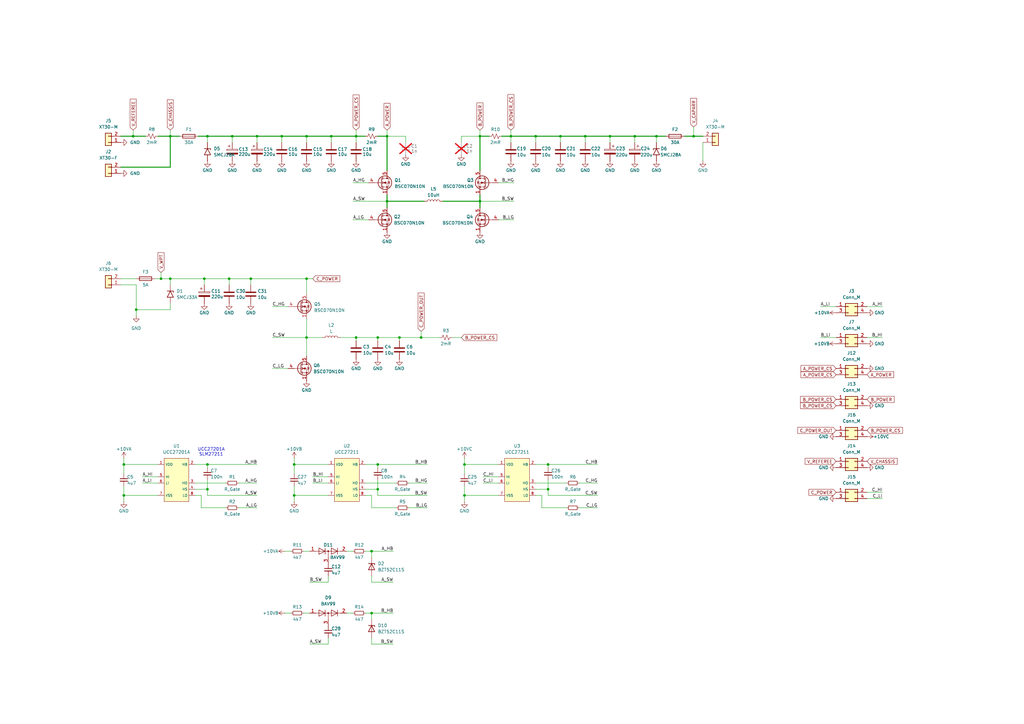
<source format=kicad_sch>
(kicad_sch (version 20231120) (generator "eeschema") (generator_version "8.0")
  (paper "A3")
  (junction (at 55.88 127))
  (junction (at 190.5 190.5))
  (junction (at 224.79 200.66))
  (junction (at 125.73 55.88))
  (junction (at 146.05 55.88))
  (junction (at 229.87 55.88))
  (junction (at 102.87 114.3))
  (junction (at 125.73 138.43))
  (junction (at 95.25 55.88))
  (junction (at 83.82 114.3))
  (junction (at 152.4 226.06))
  (junction (at 158.75 82.55))
  (junction (at 163.83 138.43))
  (junction (at 152.4 251.46))
  (junction (at 224.79 190.5))
  (junction (at 158.75 55.88))
  (junction (at 196.85 55.88))
  (junction (at 250.19 55.88))
  (junction (at 172.72 138.43))
  (junction (at 50.8 190.5))
  (junction (at 66.04 114.3))
  (junction (at 54.61 55.88))
  (junction (at 120.65 203.2))
  (junction (at 209.55 55.88))
  (junction (at 105.41 55.88))
  (junction (at 85.09 190.5))
  (junction (at 135.89 55.88))
  (junction (at 93.98 114.3))
  (junction (at 85.09 55.88))
  (junction (at 284.48 55.88))
  (junction (at 69.85 114.3))
  (junction (at 85.09 200.66))
  (junction (at 219.71 55.88))
  (junction (at 120.65 190.5))
  (junction (at 154.94 138.43))
  (junction (at 154.94 200.66))
  (junction (at 69.85 55.88))
  (junction (at 115.57 55.88))
  (junction (at 269.24 55.88))
  (junction (at 260.35 55.88))
  (junction (at 240.03 55.88))
  (junction (at 50.8 203.2))
  (junction (at 154.94 190.5))
  (junction (at 125.73 114.3))
  (junction (at 146.05 138.43))
  (junction (at 190.5 203.2))
  (junction (at 196.85 82.55))
  (wire (pts (xy 125.73 130.81) (xy 125.73 138.43)))
  (wire (pts (xy 189.23 58.42) (xy 189.23 55.88)))
  (wire (pts (xy 163.83 138.43) (xy 163.83 139.7)))
  (wire (pts (xy 198.12 195.58) (xy 204.47 195.58)))
  (wire (pts (xy 224.79 200.66) (xy 219.71 200.66)))
  (wire (pts (xy 120.65 190.5) (xy 134.62 190.5)))
  (wire (pts (xy 85.09 55.88) (xy 85.09 58.42)))
  (wire (pts (xy 209.55 55.88) (xy 209.55 58.42)))
  (wire (pts (xy 66.04 111.76) (xy 66.04 114.3)))
  (wire (pts (xy 284.48 55.88) (xy 288.29 55.88)) (stroke (width 0.381)))
  (wire (pts (xy 135.89 55.88) (xy 146.05 55.88)) (stroke (width 0.381)))
  (wire (pts (xy 152.4 238.76) (xy 161.29 238.76)))
  (wire (pts (xy 92.71 208.28) (xy 82.55 208.28)))
  (wire (pts (xy 125.73 55.88) (xy 135.89 55.88)) (stroke (width 0.381)))
  (wire (pts (xy 63.5 114.3) (xy 66.04 114.3)))
  (wire (pts (xy 69.85 53.34) (xy 69.85 55.88)))
  (wire (pts (xy 204.47 74.93) (xy 210.82 74.93)))
  (wire (pts (xy 196.85 82.55) (xy 210.82 82.55)))
  (wire (pts (xy 162.56 198.12) (xy 149.86 198.12)))
  (wire (pts (xy 95.25 55.88) (xy 105.41 55.88)) (stroke (width 0.381)))
  (wire (pts (xy 50.8 194.31) (xy 50.8 190.5)))
  (wire (pts (xy 105.41 208.28) (xy 97.79 208.28)))
  (wire (pts (xy 189.23 55.88) (xy 196.85 55.88)))
  (wire (pts (xy 152.4 261.62) (xy 152.4 264.16)))
  (wire (pts (xy 152.4 226.06) (xy 161.29 226.06)))
  (wire (pts (xy 163.83 138.43) (xy 154.94 138.43)))
  (wire (pts (xy 204.47 90.17) (xy 210.82 90.17)))
  (wire (pts (xy 115.57 55.88) (xy 125.73 55.88)) (stroke (width 0.381)))
  (wire (pts (xy 142.24 251.46) (xy 144.78 251.46)))
  (wire (pts (xy 105.41 55.88) (xy 105.41 58.42)))
  (wire (pts (xy 245.11 208.28) (xy 237.49 208.28)))
  (wire (pts (xy 55.88 116.84) (xy 49.53 116.84)))
  (wire (pts (xy 222.25 203.2) (xy 219.71 203.2)))
  (wire (pts (xy 336.55 125.73) (xy 342.9 125.73)))
  (wire (pts (xy 152.4 251.46) (xy 161.29 251.46)))
  (wire (pts (xy 120.65 187.96) (xy 120.65 190.5)))
  (wire (pts (xy 125.73 55.88) (xy 125.73 58.42)))
  (wire (pts (xy 64.77 55.88) (xy 69.85 55.88)) (stroke (width 0.381)))
  (wire (pts (xy 55.88 127) (xy 55.88 129.54)))
  (wire (pts (xy 59.69 55.88) (xy 54.61 55.88)) (stroke (width 0.381)))
  (wire (pts (xy 240.03 55.88) (xy 240.03 58.42)))
  (wire (pts (xy 245.11 203.2) (xy 224.79 203.2)))
  (wire (pts (xy 152.4 236.22) (xy 152.4 238.76)))
  (wire (pts (xy 142.24 226.06) (xy 144.78 226.06)))
  (wire (pts (xy 115.57 55.88) (xy 115.57 58.42)))
  (wire (pts (xy 152.4 203.2) (xy 149.86 203.2)))
  (wire (pts (xy 245.11 198.12) (xy 237.49 198.12)))
  (wire (pts (xy 288.29 66.04) (xy 288.29 58.42)))
  (wire (pts (xy 180.34 138.43) (xy 172.72 138.43)))
  (wire (pts (xy 152.4 251.46) (xy 149.86 251.46)))
  (wire (pts (xy 69.85 55.88) (xy 73.66 55.88)) (stroke (width 0.381)))
  (wire (pts (xy 336.55 138.43) (xy 342.9 138.43)))
  (wire (pts (xy 209.55 53.34) (xy 209.55 55.88)))
  (wire (pts (xy 125.73 114.3) (xy 102.87 114.3)))
  (wire (pts (xy 83.82 114.3) (xy 83.82 116.84)))
  (wire (pts (xy 154.94 138.43) (xy 154.94 139.7)))
  (wire (pts (xy 224.79 190.5) (xy 224.79 191.77)))
  (wire (pts (xy 269.24 55.88) (xy 273.05 55.88)) (stroke (width 0.381)))
  (wire (pts (xy 55.88 127) (xy 69.85 127)))
  (wire (pts (xy 224.79 203.2) (xy 224.79 200.66)))
  (wire (pts (xy 111.76 151.13) (xy 118.11 151.13)))
  (wire (pts (xy 128.27 195.58) (xy 134.62 195.58)))
  (wire (pts (xy 124.46 226.06) (xy 127 226.06)))
  (wire (pts (xy 152.4 264.16) (xy 161.29 264.16)))
  (wire (pts (xy 144.78 74.93) (xy 151.13 74.93)))
  (wire (pts (xy 85.09 200.66) (xy 80.01 200.66)))
  (wire (pts (xy 146.05 55.88) (xy 149.86 55.88)) (stroke (width 0.381)))
  (wire (pts (xy 95.25 55.88) (xy 95.25 58.42)))
  (wire (pts (xy 127 264.16) (xy 134.62 264.16)))
  (wire (pts (xy 85.09 190.5) (xy 85.09 191.77)))
  (wire (pts (xy 135.89 55.88) (xy 135.89 58.42)))
  (wire (pts (xy 50.8 199.39) (xy 50.8 203.2)))
  (wire (pts (xy 181.61 82.55) (xy 196.85 82.55)) (stroke (width 0.381)))
  (wire (pts (xy 250.19 55.88) (xy 260.35 55.88)) (stroke (width 0.381)))
  (wire (pts (xy 260.35 55.88) (xy 269.24 55.88)) (stroke (width 0.381)))
  (wire (pts (xy 219.71 190.5) (xy 224.79 190.5)))
  (wire (pts (xy 54.61 53.34) (xy 54.61 55.88)))
  (wire (pts (xy 355.6 201.93) (xy 361.95 201.93)))
  (wire (pts (xy 219.71 55.88) (xy 219.71 58.42)))
  (wire (pts (xy 124.46 251.46) (xy 127 251.46)))
  (wire (pts (xy 189.23 138.43) (xy 185.42 138.43)))
  (wire (pts (xy 105.41 203.2) (xy 85.09 203.2)))
  (wire (pts (xy 172.72 138.43) (xy 163.83 138.43)))
  (wire (pts (xy 134.62 264.16) (xy 134.62 261.62)))
  (wire (pts (xy 80.01 190.5) (xy 85.09 190.5)))
  (wire (pts (xy 224.79 190.5) (xy 245.11 190.5)))
  (wire (pts (xy 81.28 55.88) (xy 85.09 55.88)) (stroke (width 0.381)))
  (wire (pts (xy 120.65 203.2) (xy 134.62 203.2)))
  (wire (pts (xy 69.85 55.88) (xy 69.85 68.58)) (stroke (width 0.381)))
  (wire (pts (xy 120.65 194.31) (xy 120.65 190.5)))
  (wire (pts (xy 190.5 194.31) (xy 190.5 190.5)))
  (wire (pts (xy 82.55 203.2) (xy 80.01 203.2)))
  (wire (pts (xy 134.62 238.76) (xy 134.62 236.22)))
  (wire (pts (xy 85.09 55.88) (xy 95.25 55.88)) (stroke (width 0.381)))
  (wire (pts (xy 229.87 55.88) (xy 240.03 55.88)) (stroke (width 0.381)))
  (wire (pts (xy 85.09 203.2) (xy 85.09 200.66)))
  (wire (pts (xy 190.5 190.5) (xy 204.47 190.5)))
  (wire (pts (xy 154.94 203.2) (xy 154.94 200.66)))
  (wire (pts (xy 173.99 82.55) (xy 158.75 82.55)) (stroke (width 0.381)))
  (wire (pts (xy 144.78 90.17) (xy 151.13 90.17)))
  (wire (pts (xy 50.8 203.2) (xy 64.77 203.2)))
  (wire (pts (xy 196.85 80.01) (xy 196.85 82.55)) (stroke (width 0.381)))
  (wire (pts (xy 105.41 55.88) (xy 115.57 55.88)) (stroke (width 0.381)))
  (wire (pts (xy 152.4 208.28) (xy 152.4 203.2)))
  (wire (pts (xy 146.05 138.43) (xy 146.05 139.7)))
  (wire (pts (xy 198.12 198.12) (xy 204.47 198.12)))
  (wire (pts (xy 152.4 228.6) (xy 152.4 226.06)))
  (wire (pts (xy 50.8 187.96) (xy 50.8 190.5)))
  (wire (pts (xy 355.6 204.47) (xy 361.95 204.47)))
  (wire (pts (xy 116.84 251.46) (xy 119.38 251.46)))
  (wire (pts (xy 158.75 80.01) (xy 158.75 82.55)) (stroke (width 0.381)))
  (wire (pts (xy 222.25 208.28) (xy 222.25 203.2)))
  (wire (pts (xy 158.75 82.55) (xy 158.75 85.09)) (stroke (width 0.381)))
  (wire (pts (xy 92.71 198.12) (xy 80.01 198.12)))
  (wire (pts (xy 190.5 187.96) (xy 190.5 190.5)))
  (wire (pts (xy 172.72 135.89) (xy 172.72 138.43)))
  (wire (pts (xy 69.85 114.3) (xy 83.82 114.3)))
  (wire (pts (xy 355.6 125.73) (xy 361.95 125.73)))
  (wire (pts (xy 58.42 198.12) (xy 64.77 198.12)))
  (wire (pts (xy 49.53 68.58) (xy 69.85 68.58)) (stroke (width 0.381)))
  (wire (pts (xy 175.26 203.2) (xy 154.94 203.2)))
  (wire (pts (xy 66.04 114.3) (xy 69.85 114.3)))
  (wire (pts (xy 232.41 198.12) (xy 219.71 198.12)))
  (wire (pts (xy 128.27 114.3) (xy 125.73 114.3)))
  (wire (pts (xy 111.76 138.43) (xy 125.73 138.43)))
  (wire (pts (xy 93.98 114.3) (xy 93.98 116.84)))
  (wire (pts (xy 105.41 198.12) (xy 97.79 198.12)))
  (wire (pts (xy 158.75 55.88) (xy 158.75 69.85)) (stroke (width 0.381)))
  (wire (pts (xy 146.05 138.43) (xy 139.7 138.43)))
  (wire (pts (xy 190.5 203.2) (xy 204.47 203.2)))
  (wire (pts (xy 85.09 196.85) (xy 85.09 200.66)))
  (wire (pts (xy 196.85 55.88) (xy 196.85 69.85)) (stroke (width 0.381)))
  (wire (pts (xy 149.86 190.5) (xy 154.94 190.5)))
  (wire (pts (xy 209.55 55.88) (xy 219.71 55.88)) (stroke (width 0.381)))
  (wire (pts (xy 82.55 208.28) (xy 82.55 203.2)))
  (wire (pts (xy 146.05 55.88) (xy 146.05 58.42)))
  (wire (pts (xy 69.85 124.46) (xy 69.85 127)))
  (wire (pts (xy 260.35 58.42) (xy 260.35 55.88)))
  (wire (pts (xy 154.94 55.88) (xy 158.75 55.88)) (stroke (width 0.381)))
  (wire (pts (xy 158.75 55.88) (xy 166.37 55.88)))
  (wire (pts (xy 154.94 200.66) (xy 149.86 200.66)))
  (wire (pts (xy 175.26 198.12) (xy 167.64 198.12)))
  (wire (pts (xy 154.94 196.85) (xy 154.94 200.66)))
  (wire (pts (xy 284.48 55.88) (xy 284.48 52.07)))
  (wire (pts (xy 196.85 53.34) (xy 196.85 55.88)))
  (wire (pts (xy 58.42 195.58) (xy 64.77 195.58)))
  (wire (pts (xy 232.41 208.28) (xy 222.25 208.28)))
  (wire (pts (xy 229.87 55.88) (xy 229.87 58.42)))
  (wire (pts (xy 83.82 114.3) (xy 93.98 114.3)))
  (wire (pts (xy 69.85 114.3) (xy 69.85 116.84)))
  (wire (pts (xy 120.65 199.39) (xy 120.65 203.2)))
  (wire (pts (xy 116.84 226.06) (xy 119.38 226.06)))
  (wire (pts (xy 205.74 55.88) (xy 209.55 55.88)) (stroke (width 0.381)))
  (wire (pts (xy 85.09 190.5) (xy 105.41 190.5)))
  (wire (pts (xy 190.5 199.39) (xy 190.5 203.2)))
  (wire (pts (xy 144.78 82.55) (xy 158.75 82.55)))
  (wire (pts (xy 166.37 55.88) (xy 166.37 58.42)))
  (wire (pts (xy 50.8 190.5) (xy 64.77 190.5)))
  (wire (pts (xy 125.73 138.43) (xy 125.73 146.05)))
  (wire (pts (xy 190.5 203.2) (xy 190.5 205.74)))
  (wire (pts (xy 355.6 138.43) (xy 361.95 138.43)))
  (wire (pts (xy 120.65 203.2) (xy 120.65 205.74)))
  (wire (pts (xy 154.94 138.43) (xy 146.05 138.43)))
  (wire (pts (xy 175.26 208.28) (xy 167.64 208.28)))
  (wire (pts (xy 280.67 55.88) (xy 284.48 55.88)) (stroke (width 0.381)))
  (wire (pts (xy 125.73 114.3) (xy 125.73 120.65)))
  (wire (pts (xy 162.56 208.28) (xy 152.4 208.28)))
  (wire (pts (xy 146.05 53.34) (xy 146.05 55.88)))
  (wire (pts (xy 154.94 190.5) (xy 175.26 190.5)))
  (wire (pts (xy 269.24 55.88) (xy 269.24 58.42)))
  (wire (pts (xy 128.27 198.12) (xy 134.62 198.12)))
  (wire (pts (xy 250.19 55.88) (xy 250.19 58.42)))
  (wire (pts (xy 196.85 55.88) (xy 200.66 55.88)) (stroke (width 0.381)))
  (wire (pts (xy 49.53 55.88) (xy 54.61 55.88)) (stroke (width 0.381)))
  (wire (pts (xy 102.87 114.3) (xy 102.87 116.84)))
  (wire (pts (xy 224.79 196.85) (xy 224.79 200.66)))
  (wire (pts (xy 125.73 138.43) (xy 132.08 138.43)))
  (wire (pts (xy 102.87 114.3) (xy 93.98 114.3)))
  (wire (pts (xy 127 238.76) (xy 134.62 238.76)))
  (wire (pts (xy 49.53 114.3) (xy 55.88 114.3)))
  (wire (pts (xy 152.4 226.06) (xy 149.86 226.06)))
  (wire (pts (xy 240.03 55.88) (xy 250.19 55.88)) (stroke (width 0.381)))
  (wire (pts (xy 152.4 254) (xy 152.4 251.46)))
  (wire (pts (xy 219.71 55.88) (xy 229.87 55.88)) (stroke (width 0.381)))
  (wire (pts (xy 158.75 53.34) (xy 158.75 55.88)))
  (wire (pts (xy 196.85 82.55) (xy 196.85 85.09)) (stroke (width 0.381)))
  (wire (pts (xy 111.76 125.73) (xy 118.11 125.73)))
  (wire (pts (xy 50.8 203.2) (xy 50.8 205.74)))
  (wire (pts (xy 154.94 190.5) (xy 154.94 191.77)))
  (wire (pts (xy 55.88 116.84) (xy 55.88 127)))
  (text "UCC27201A\nSLM27211" (at 86.614 185.42 0) (effects (font (size 1.27 1.27))))
  (label "A_HG" (at 105.41 198.12 180))
  (label "A_SW" (at 127 264.16 0))
  (label "B_HG" (at 175.26 198.12 180))
  (label "C_LG" (at 111.76 151.13 0))
  (label "C_HB" (at 245.11 190.5 180))
  (label "A_HB" (at 161.29 226.06 180))
  (label "A_HI" (at 58.42 195.58 0))
  (label "C_HI" (at 198.12 195.58 0))
  (label "A_HI" (at 361.95 125.73 180))
  (label "A_SW" (at 105.41 203.2 180))
  (label "A_LI" (at 336.55 125.73 0))
  (label "C_LI" (at 198.12 198.12 0))
  (label "C_LI" (at 361.95 204.47 180))
  (label "B_HB" (at 161.29 251.46 180))
  (label "A_HG" (at 144.78 74.93 0))
  (label "A_LI" (at 58.42 198.12 0))
  (label "C_HG" (at 111.76 125.73 0))
  (label "B_HI" (at 361.95 138.43 180))
  (label "B_HI" (at 128.27 195.58 0))
  (label "B_LG" (at 210.82 90.17 180))
  (label "C_SW" (at 245.11 203.2 180))
  (label "B_SW" (at 161.29 264.16 180))
  (label "A_HB" (at 105.41 190.5 180))
  (label "A_SW" (at 144.78 82.55 0))
  (label "C_LG" (at 245.11 208.28 180))
  (label "B_LI" (at 128.27 198.12 0))
  (label "A_LG" (at 105.41 208.28 180))
  (label "B_HG" (at 210.82 74.93 180))
  (label "C_HG" (at 245.11 198.12 180))
  (label "B_LI" (at 336.55 138.43 0))
  (label "B_SW" (at 175.26 203.2 180))
  (label "B_SW" (at 127 238.76 0))
  (label "B_HB" (at 175.26 190.5 180))
  (label "A_SW" (at 161.29 238.76 180))
  (label "A_LG" (at 144.78 90.17 0))
  (label "C_HI" (at 361.95 201.93 180))
  (label "B_SW" (at 210.82 82.55 180))
  (label "C_SW" (at 111.76 138.43 0))
  (label "B_LG" (at 175.26 208.28 180))
  (global_label "A_POWER" (shape input) (at 158.75 53.34 90) (property "Intersheetrefs" "${INTERSHEET_REFS}" (effects (hide yes))))
  (global_label "V_CHASSIS" (shape input) (at 69.85 53.34 90) (property "Intersheetrefs" "${INTERSHEET_REFS}" (effects (hide yes))))
  (global_label "V_CHASSIS" (shape input) (at 355.6 189.23 0) (property "Intersheetrefs" "${INTERSHEET_REFS}" (effects (hide yes))))
  (global_label "A_POWER_CS" (shape input) (at 342.9 153.67 180) (property "Intersheetrefs" "${INTERSHEET_REFS}" (effects (hide yes))))
  (global_label "A_POWER_CS" (shape input) (at 342.9 151.13 180) (property "Intersheetrefs" "${INTERSHEET_REFS}" (effects (hide yes))))
  (global_label "V_CAPARR" (shape input) (at 284.48 52.07 90) (property "Intersheetrefs" "${INTERSHEET_REFS}" (effects (hide yes))))
  (global_label "B_POWER_CS" (shape input) (at 209.55 53.34 90) (property "Intersheetrefs" "${INTERSHEET_REFS}" (effects (hide yes))))
  (global_label "V_WPT" (shape input) (at 66.04 111.76 90) (property "Intersheetrefs" "${INTERSHEET_REFS}" (effects (hide yes))))
  (global_label "B_POWER_CS" (shape input) (at 189.23 138.43 0) (property "Intersheetrefs" "${INTERSHEET_REFS}" (effects (hide yes))))
  (global_label "A_POWER_CS" (shape input) (at 146.05 53.34 90) (property "Intersheetrefs" "${INTERSHEET_REFS}" (effects (hide yes))))
  (global_label "C_POWER_OUT" (shape input) (at 172.72 135.89 90) (property "Intersheetrefs" "${INTERSHEET_REFS}" (effects (hide yes))))
  (global_label "B_POWER_CS" (shape input) (at 342.9 166.37 180) (property "Intersheetrefs" "${INTERSHEET_REFS}" (effects (hide yes))))
  (global_label "V_REFEREE" (shape input) (at 342.9 189.23 180) (property "Intersheetrefs" "${INTERSHEET_REFS}" (effects (hide yes))))
  (global_label "C_POWER_OUT" (shape input) (at 342.9 176.53 180) (property "Intersheetrefs" "${INTERSHEET_REFS}" (effects (hide yes))))
  (global_label "V_REFEREE" (shape input) (at 54.61 53.34 90) (property "Intersheetrefs" "${INTERSHEET_REFS}" (effects (hide yes))))
  (global_label "B_POWER_CS" (shape input) (at 355.6 176.53 0) (property "Intersheetrefs" "${INTERSHEET_REFS}" (effects (hide yes))))
  (global_label "B_POWER" (shape input) (at 196.85 53.34 90) (property "Intersheetrefs" "${INTERSHEET_REFS}" (effects (hide yes))))
  (global_label "B_POWER_CS" (shape input) (at 342.9 163.83 180) (property "Intersheetrefs" "${INTERSHEET_REFS}" (effects (hide yes))))
  (global_label "B_POWER" (shape input) (at 355.6 163.83 0) (property "Intersheetrefs" "${INTERSHEET_REFS}" (effects (hide yes))))
  (global_label "C_POWER" (shape input) (at 342.9 201.93 180) (property "Intersheetrefs" "${INTERSHEET_REFS}" (effects (hide yes))))
  (global_label "C_POWER" (shape input) (at 128.27 114.3 0) (property "Intersheetrefs" "${INTERSHEET_REFS}" (effects (hide yes))))
  (global_label "A_POWER" (shape input) (at 355.6 153.67 0) (property "Intersheetrefs" "${INTERSHEET_REFS}" (effects (hide yes))))
  (symbol (lib_id "Device:R_Small") (at 165.1 208.28 90) (unit 1)
    (property "Reference" "R5" (at 165.1 205.74 90))
    (property "Value" "R_Gate" (at 165.1 210.82 90))
    (property "Footprint" "Resistor_SMD:R_0603_1608Metric" (effects (hide yes)))
  )
  (symbol (lib_id "Diode:1.5SMCxxA") (at 269.24 62.23 90) (mirror x) (unit 1)
    (property "Reference" "D6" (at 272.288 60.96 90))
    (property "Value" "SMCJ28A" (at 275.082 63.5 90))
    (property "Footprint" "Diode_SMD:D_SMC" (effects (hide yes)))
    (property "Datasheet" "https://www.vishay.com/docs/88303/15smc.pdf" (effects (hide yes)))
    (property "Description" "1500W unidirectional TVS diode, SMC (DO-201AB)" (effects (hide yes)))
  )
  (symbol (lib_id "Device:R_Small") (at 95.25 208.28 90) (unit 1)
    (property "Reference" "R2" (at 95.25 205.74 90))
    (property "Value" "R_Gate" (at 95.25 210.82 90))
    (property "Footprint" "Resistor_SMD:R_0603_1608Metric" (effects (hide yes)))
  )
  (symbol (lib_id "Transistor_FET:BSC070N10NS3G") (at 156.21 74.93 0) (unit 1)
    (property "Reference" "Q1" (at 161.798 73.914 0) (effects (justify left)))
    (property "Value" "BSC070N10N" (at 161.798 76.454 0) (effects (justify left)))
    (property "Footprint" "Package_TO_SOT_SMD:TDSON-8-1" (effects (hide yes)))
    (property "Datasheet" "http://www.infineon.com/dgdl/Infineon-BSC070N10NS3-DS-v02_01-en.pdf?fileId=db3a304327b89750012824712c6c6f2f" (effects (hide yes)))
    (property "Description" "90A Id, 100V Vds, OptiMOS N-Channel Power MOSFET, 7.0mOhm Ron, Qg (typ) 42.0nC, PG-TDSON-8" (effects (hide yes)))
  )
  (symbol (lib_id "Device:C") (at 125.73 62.23 0) (mirror x) (unit 1)
    (property "Reference" "C15" (at 130.302 61.214 0))
    (property "Value" "10u" (at 130.302 63.246 0))
    (property "Footprint" "Capacitor_SMD:C_1206_3216Metric" (effects (hide yes)))
    (property "Description" "Unpolarized capacitor" (effects (hide yes)))
  )
  (symbol (lib_id "power:GND") (at 135.89 66.04 0) (unit 1)
    (property "Reference" "#PWR030" (effects (hide yes)))
    (property "Value" "GND" (at 135.89 69.85 0))
    (property "Description" "Power symbol creates a global label with name \"GND\" , ground" (effects (hide yes)))
  )
  (symbol (lib_id "Device:C") (at 102.87 120.65 0) (unit 1)
    (property "Reference" "C31" (at 105.664 119.38 0) (effects (justify left)))
    (property "Value" "10u" (at 105.664 121.92 0) (effects (justify left)))
    (property "Footprint" "Capacitor_SMD:C_1206_3216Metric" (effects (hide yes)))
    (property "Description" "Unpolarized capacitor" (effects (hide yes)))
  )
  (symbol (lib_id "Diode:BZT52Bxx") (at 152.4 257.81 270) (unit 1)
    (property "Reference" "D10" (at 154.94 256.5399 90) (effects (justify left)))
    (property "Value" "BZT52C11S" (at 154.94 259.0799 90) (effects (justify left)))
    (property "Footprint" "Diode_SMD:D_SOD-323_HandSoldering" (effects (hide yes)))
    (property "Datasheet" "https://diotec.com/tl_files/diotec/files/pdf/datasheets/bzt52b2v4.pdf" (effects (hide yes)))
    (property "Description" "500mW Zener Diode, SOD-123F" (effects (hide yes)))
  )
  (symbol (lib_id "power:GND") (at 260.35 66.04 0) (unit 1)
    (property "Reference" "#PWR019" (effects (hide yes)))
    (property "Value" "GND" (at 260.35 69.85 0))
    (property "Description" "Power symbol creates a global label with name \"GND\" , ground" (effects (hide yes)))
  )
  (symbol (lib_id "power:GND") (at 93.98 124.46 0) (unit 1)
    (property "Reference" "#PWR032" (effects (hide yes)))
    (property "Value" "GND" (at 93.98 128.27 0))
    (property "Description" "Power symbol creates a global label with name \"GND\" , ground" (effects (hide yes)))
  )
  (symbol (lib_id "Device:C") (at 146.05 62.23 0) (mirror x) (unit 1)
    (property "Reference" "C18" (at 150.622 61.214 0))
    (property "Value" "10u" (at 150.622 63.246 0))
    (property "Footprint" "Capacitor_SMD:C_1206_3216Metric" (effects (hide yes)))
    (property "Description" "Unpolarized capacitor" (effects (hide yes)))
  )
  (symbol (lib_id "power:GND") (at 219.71 66.04 0) (unit 1)
    (property "Reference" "#PWR010" (effects (hide yes)))
    (property "Value" "GND" (at 219.71 69.85 0))
    (property "Description" "Power symbol creates a global label with name \"GND\" , ground" (effects (hide yes)))
  )
  (symbol (lib_id "Device:R_Small_US") (at 62.23 55.88 90) (unit 1)
    (property "Reference" "R8" (at 62.23 53.086 90))
    (property "Value" "2mR" (at 62.23 58.42 90))
    (property "Footprint" "Resistor_SMD:R_2512_6332Metric" (effects (hide yes)))
    (property "Description" "Resistor, small US symbol" (effects (hide yes)))
  )
  (symbol (lib_id "power:GND") (at 209.55 66.04 0) (unit 1)
    (property "Reference" "#PWR07" (effects (hide yes)))
    (property "Value" "GND" (at 209.55 69.85 0))
    (property "Description" "Power symbol creates a global label with name \"GND\" , ground" (effects (hide yes)))
  )
  (symbol (lib_id "power:GND") (at 342.9 204.47 270) (unit 1)
    (property "Reference" "#PWR043" (effects (hide yes)))
    (property "Value" "GND" (at 337.82 204.47 90))
    (property "Description" "Power symbol creates a global label with name \"GND\" , ground" (effects (hide yes)))
  )
  (symbol (lib_id "power:+10V") (at 120.65 187.96 0) (unit 1)
    (property "Reference" "#PWR023" (effects (hide yes)))
    (property "Value" "+10VB" (at 120.65 184.15 0))
    (property "Description" "Power symbol creates a global label with name \"+10V\"" (effects (hide yes)))
  )
  (symbol (lib_id "Device:R_Small") (at 234.95 198.12 90) (unit 1)
    (property "Reference" "R6" (at 234.95 195.58 90))
    (property "Value" "R_Gate" (at 234.95 200.66 90))
    (property "Footprint" "Resistor_SMD:R_0603_1608Metric" (effects (hide yes)))
  )
  (symbol (lib_id "power:GND") (at 166.37 63.5 0) (unit 1)
    (property "Reference" "#PWR013" (effects (hide yes)))
    (property "Value" "GND" (at 166.37 67.31 0))
    (property "Description" "Power symbol creates a global label with name \"GND\" , ground" (effects (hide yes)))
  )
  (symbol (lib_id "RM25:UCC27211") (at 212.09 190.5 0) (unit 1)
    (property "Reference" "U3" (at 212.09 182.88 0))
    (property "Value" "UCC27211" (at 212.09 185.42 0))
    (property "Footprint" "Package_SO:SOIC-8_3.9x4.9mm_P1.27mm" (effects (hide yes)))
  )
  (symbol (lib_id "Connector_Generic:Conn_02x02_Odd_Even") (at 347.98 163.83 0) (unit 1)
    (property "Reference" "J13" (at 349.25 157.48 0))
    (property "Value" "Conn_M" (at 349.25 160.02 0))
    (property "Footprint" "Connector_PinHeader_2.00mm:PinHeader_2x02_P2.00mm_Vertical_SMD" (effects (hide yes)))
    (property "Description" "Generic connector, double row, 02x02, odd/even pin numbering scheme (row 1 odd numbers, row 2 even numbers), script generated (kicad-library-utils/schlib/autogen/connector/)" (effects (hide yes)))
  )
  (symbol (lib_id "power:GND") (at 288.29 66.04 0) (unit 1)
    (property "Reference" "#PWR024" (effects (hide yes)))
    (property "Value" "GND" (at 288.29 69.85 0))
    (property "Description" "Power symbol creates a global label with name \"GND\" , ground" (effects (hide yes)))
  )
  (symbol (lib_id "Transistor_FET:BSC070N10NS3G") (at 156.21 90.17 0) (unit 1)
    (property "Reference" "Q2" (at 161.544 88.9 0) (effects (justify left)))
    (property "Value" "BSC070N10N" (at 161.544 91.44 0) (effects (justify left)))
    (property "Footprint" "Package_TO_SOT_SMD:TDSON-8-1" (effects (hide yes)))
    (property "Datasheet" "http://www.infineon.com/dgdl/Infineon-BSC070N10NS3-DS-v02_01-en.pdf?fileId=db3a304327b89750012824712c6c6f2f" (effects (hide yes)))
    (property "Description" "90A Id, 100V Vds, OptiMOS N-Channel Power MOSFET, 7.0mOhm Ron, Qg (typ) 42.0nC, PG-TDSON-8" (effects (hide yes)))
  )
  (symbol (lib_id "Device:C") (at 163.83 143.51 0) (unit 1)
    (property "Reference" "C6" (at 166.624 142.24 0) (effects (justify left)))
    (property "Value" "10u" (at 166.624 144.78 0) (effects (justify left)))
    (property "Footprint" "Capacitor_SMD:C_1206_3216Metric" (effects (hide yes)))
    (property "Description" "Unpolarized capacitor" (effects (hide yes)))
  )
  (symbol (lib_id "power:GND") (at 355.6 166.37 90) (unit 1)
    (property "Reference" "#PWR039" (effects (hide yes)))
    (property "Value" "GND" (at 360.68 166.37 90))
    (property "Description" "Power symbol creates a global label with name \"GND\" , ground" (effects (hide yes)))
  )
  (symbol (lib_id "Device:C_Small") (at 50.8 196.85 0) (unit 1)
    (property "Reference" "C5" (at 52.07 195.58 0) (effects (justify left)))
    (property "Value" "4u7" (at 52.07 198.12 0) (effects (justify left)))
    (property "Footprint" "Capacitor_SMD:C_0603_1608Metric" (effects (hide yes)))
  )
  (symbol (lib_id "Connector_Generic:Conn_02x02_Odd_Even") (at 347.98 138.43 0) (unit 1)
    (property "Reference" "J7" (at 349.25 132.08 0))
    (property "Value" "Conn_M" (at 349.25 134.62 0))
    (property "Footprint" "Connector_PinHeader_2.00mm:PinHeader_2x02_P2.00mm_Vertical_SMD" (effects (hide yes)))
    (property "Description" "Generic connector, double row, 02x02, odd/even pin numbering scheme (row 1 odd numbers, row 2 even numbers), script generated (kicad-library-utils/schlib/autogen/connector/)" (effects (hide yes)))
  )
  (symbol (lib_id "Device:C") (at 240.03 62.23 180) (unit 1)
    (property "Reference" "C22" (at 244.348 60.96 0))
    (property "Value" "10u" (at 244.348 63.5 0))
    (property "Footprint" "Capacitor_SMD:C_1206_3216Metric" (effects (hide yes)))
    (property "Description" "Unpolarized capacitor" (effects (hide yes)))
  )
  (symbol (lib_id "Device:C_Polarized") (at 83.82 120.65 0) (unit 1)
    (property "Reference" "C11" (at 86.614 119.38 0) (effects (justify left)))
    (property "Value" "220u" (at 86.614 121.666 0) (effects (justify left)))
    (property "Footprint" "RM25:C_D8.0mm_P3.50mm" (effects (hide yes)))
    (property "Description" "Polarized capacitor" (effects (hide yes)))
  )
  (symbol (lib_id "Transistor_FET:BSC070N10NS3G") (at 199.39 90.17 0) (mirror y) (unit 1)
    (property "Reference" "Q4" (at 194.056 88.9 0) (effects (justify left)))
    (property "Value" "BSC070N10N" (at 194.056 91.44 0) (effects (justify left)))
    (property "Footprint" "Package_TO_SOT_SMD:TDSON-8-1" (effects (hide yes)))
    (property "Datasheet" "http://www.infineon.com/dgdl/Infineon-BSC070N10NS3-DS-v02_01-en.pdf?fileId=db3a304327b89750012824712c6c6f2f" (effects (hide yes)))
    (property "Description" "90A Id, 100V Vds, OptiMOS N-Channel Power MOSFET, 7.0mOhm Ron, Qg (typ) 42.0nC, PG-TDSON-8" (effects (hide yes)))
  )
  (symbol (lib_id "power:+10V") (at 116.84 226.06 90) (unit 1)
    (property "Reference" "#PWR08" (effects (hide yes)))
    (property "Value" "+10VA" (at 110.998 226.06 90))
    (property "Description" "Power symbol creates a global label with name \"+10V\"" (effects (hide yes)))
  )
  (symbol (lib_id "Connector_Generic:Conn_02x02_Odd_Even") (at 347.98 176.53 0) (unit 1)
    (property "Reference" "J16" (at 349.25 170.18 0))
    (property "Value" "Conn_M" (at 349.25 172.72 0))
    (property "Footprint" "Connector_PinHeader_2.00mm:PinHeader_2x02_P2.00mm_Vertical_SMD" (effects (hide yes)))
    (property "Description" "Generic connector, double row, 02x02, odd/even pin numbering scheme (row 1 odd numbers, row 2 even numbers), script generated (kicad-library-utils/schlib/autogen/connector/)" (effects (hide yes)))
  )
  (symbol (lib_id "Device:C") (at 93.98 120.65 0) (unit 1)
    (property "Reference" "C30" (at 96.774 119.38 0) (effects (justify left)))
    (property "Value" "10u" (at 96.774 121.92 0) (effects (justify left)))
    (property "Footprint" "Capacitor_SMD:C_1206_3216Metric" (effects (hide yes)))
    (property "Description" "Unpolarized capacitor" (effects (hide yes)))
  )
  (symbol (lib_id "Diode:BZT52Bxx") (at 152.4 232.41 270) (unit 1)
    (property "Reference" "D2" (at 154.94 231.1399 90) (effects (justify left)))
    (property "Value" "BZT52C11S" (at 154.94 233.6799 90) (effects (justify left)))
    (property "Footprint" "Diode_SMD:D_SOD-323_HandSoldering" (effects (hide yes)))
    (property "Datasheet" "https://diotec.com/tl_files/diotec/files/pdf/datasheets/bzt52b2v4.pdf" (effects (hide yes)))
    (property "Description" "500mW Zener Diode, SOD-123F" (effects (hide yes)))
  )
  (symbol (lib_id "Device:R_Small") (at 95.25 198.12 90) (unit 1)
    (property "Reference" "R1" (at 95.25 195.58 90))
    (property "Value" "R_Gate" (at 95.25 200.66 90))
    (property "Footprint" "Resistor_SMD:R_0603_1608Metric" (effects (hide yes)))
  )
  (symbol (lib_id "power:GND") (at 85.09 66.04 0) (unit 1)
    (property "Reference" "#PWR038" (effects (hide yes)))
    (property "Value" "GND" (at 85.09 69.85 0))
    (property "Description" "Power symbol creates a global label with name \"GND\" , ground" (effects (hide yes)))
  )
  (symbol (lib_id "power:GND") (at 229.87 66.04 0) (unit 1)
    (property "Reference" "#PWR011" (effects (hide yes)))
    (property "Value" "GND" (at 229.87 69.85 0))
    (property "Description" "Power symbol creates a global label with name \"GND\" , ground" (effects (hide yes)))
  )
  (symbol (lib_id "Device:C_Small") (at 154.94 194.31 0) (unit 1)
    (property "Reference" "C8" (at 156.21 193.04 0) (effects (justify left)))
    (property "Value" "100n" (at 156.21 195.58 0) (effects (justify left)))
    (property "Footprint" "Capacitor_SMD:C_0603_1608Metric" (effects (hide yes)))
  )
  (symbol (lib_id "power:GND") (at 240.03 66.04 0) (unit 1)
    (property "Reference" "#PWR015" (effects (hide yes)))
    (property "Value" "GND" (at 240.03 69.85 0))
    (property "Description" "Power symbol creates a global label with name \"GND\" , ground" (effects (hide yes)))
  )
  (symbol (lib_id "Device:R_Small") (at 147.32 251.46 90) (unit 1)
    (property "Reference" "R14" (at 147.32 248.92 90))
    (property "Value" "4k7" (at 147.32 254 90))
    (property "Footprint" "Resistor_SMD:R_0603_1608Metric" (effects (hide yes)))
  )
  (symbol (lib_id "Device:C") (at 135.89 62.23 0) (mirror x) (unit 1)
    (property "Reference" "C17" (at 140.462 61.214 0))
    (property "Value" "10u" (at 140.462 63.246 0))
    (property "Footprint" "Capacitor_SMD:C_1206_3216Metric" (effects (hide yes)))
    (property "Description" "Unpolarized capacitor" (effects (hide yes)))
  )
  (symbol (lib_id "Device:R_Small") (at 121.92 251.46 90) (unit 1)
    (property "Reference" "R13" (at 121.92 248.92 90))
    (property "Value" "4k7" (at 121.92 254 90))
    (property "Footprint" "Resistor_SMD:R_0603_1608Metric" (effects (hide yes)))
  )
  (symbol (lib_id "Connector_Generic:Conn_01x02") (at 44.45 71.12 180) (unit 1)
    (property "Reference" "J2" (at 44.45 62.23 0))
    (property "Value" "XT30-F" (at 44.45 64.77 0))
    (property "Footprint" "Connector_AMASS:AMASS_XT30U-F_1x02_P5.0mm_Vertical" (effects (hide yes)))
    (property "Description" "Generic connector, single row, 01x02, script generated (kicad-library-utils/schlib/autogen/connector/)" (effects (hide yes)))
  )
  (symbol (lib_id "power:GND") (at 55.88 129.54 0) (unit 1)
    (property "Reference" "#PWR02" (effects (hide yes)))
    (property "Value" "GND" (at 55.88 134.62 0))
    (property "Description" "Power symbol creates a global label with name \"GND\" , ground" (effects (hide yes)))
  )
  (symbol (lib_id "power:GND") (at 102.87 124.46 0) (unit 1)
    (property "Reference" "#PWR034" (effects (hide yes)))
    (property "Value" "GND" (at 102.87 128.27 0))
    (property "Description" "Power symbol creates a global label with name \"GND\" , ground" (effects (hide yes)))
  )
  (symbol (lib_id "Device:R_Small") (at 234.95 208.28 90) (unit 1)
    (property "Reference" "R7" (at 234.95 205.74 90))
    (property "Value" "R_Gate" (at 234.95 210.82 90))
    (property "Footprint" "Resistor_SMD:R_0603_1608Metric" (effects (hide yes)))
  )
  (symbol (lib_id "Device:C_Small") (at 120.65 196.85 0) (unit 1)
    (property "Reference" "C27" (at 121.92 195.58 0) (effects (justify left)))
    (property "Value" "4u7" (at 121.92 198.12 0) (effects (justify left)))
    (property "Footprint" "Capacitor_SMD:C_0603_1608Metric" (effects (hide yes)))
  )
  (symbol (lib_id "power:+10V") (at 342.9 140.97 90) (unit 1)
    (property "Reference" "#PWR026" (effects (hide yes)))
    (property "Value" "+10VB" (at 337.058 140.97 90))
    (property "Description" "Power symbol creates a global label with name \"+10V\"" (effects (hide yes)))
  )
  (symbol (lib_id "power:+10V") (at 342.9 128.27 90) (unit 1)
    (property "Reference" "#PWR01" (effects (hide yes)))
    (property "Value" "+10VA" (at 337.058 128.27 90))
    (property "Description" "Power symbol creates a global label with name \"+10V\"" (effects (hide yes)))
  )
  (symbol (lib_id "Device:Fuse") (at 276.86 55.88 90) (unit 1)
    (property "Reference" "F2" (at 276.86 53.086 90))
    (property "Value" "30A" (at 276.86 58.42 90))
    (property "Footprint" "Fuse:Fuse_Littelfuse-NANO2-451_453" (effects (hide yes)))
    (property "Description" "Fuse" (effects (hide yes)))
  )
  (symbol (lib_id "Device:C") (at 219.71 62.23 180) (unit 1)
    (property "Reference" "C20" (at 224.028 60.96 0))
    (property "Value" "10u" (at 224.028 63.5 0))
    (property "Footprint" "Capacitor_SMD:C_1206_3216Metric" (effects (hide yes)))
    (property "Description" "Unpolarized capacitor" (effects (hide yes)))
  )
  (symbol (lib_id "Device:L") (at 135.89 138.43 90) (unit 1)
    (property "Reference" "L2" (at 135.89 133.35 90))
    (property "Value" "L" (at 135.89 135.89 90))
    (property "Footprint" "Inductor_SMD:L_Wuerth_HCI-1040" (effects (hide yes)))
    (property "Description" "Inductor" (effects (hide yes)))
  )
  (symbol (lib_id "Device:C_Small") (at 166.37 60.96 180) (unit 1) (dnp yes)
    (property "Reference" "C1" (at 169.926 59.944 0))
    (property "Value" "1n" (at 169.926 61.976 0))
    (property "Footprint" "Capacitor_SMD:C_0603_1608Metric" (effects (hide yes)))
  )
  (symbol (lib_id "power:GND") (at 83.82 124.46 0) (unit 1)
    (property "Reference" "#PWR03" (effects (hide yes)))
    (property "Value" "GND" (at 83.82 128.27 0))
    (property "Description" "Power symbol creates a global label with name \"GND\" , ground" (effects (hide yes)))
  )
  (symbol (lib_id "power:GND") (at 196.85 95.25 0) (unit 1)
    (property "Reference" "#PWR014" (effects (hide yes)))
    (property "Value" "GND" (at 196.85 99.06 0))
    (property "Description" "Power symbol creates a global label with name \"GND\" , ground" (effects (hide yes)))
  )
  (symbol (lib_id "power:GND") (at 49.53 71.12 90) (unit 1)
    (property "Reference" "#PWR047" (effects (hide yes)))
    (property "Value" "GND" (at 53.34 71.1199 90) (effects (justify right)))
    (property "Description" "Power symbol creates a global label with name \"GND\" , ground" (effects (hide yes)))
  )
  (symbol (lib_id "power:GND") (at 163.83 147.32 0) (unit 1)
    (property "Reference" "#PWR029" (effects (hide yes)))
    (property "Value" "GND" (at 163.83 151.13 0))
    (property "Description" "Power symbol creates a global label with name \"GND\" , ground" (effects (hide yes)))
  )
  (symbol (lib_id "Device:C_Polarized") (at 260.35 62.23 0) (mirror y) (unit 1)
    (property "Reference" "C24" (at 264.668 60.96 0))
    (property "Value" "220u" (at 265.176 63.5 0))
    (property "Footprint" "RM25:C_D8.0mm_P3.50mm" (effects (hide yes)))
    (property "Description" "Polarized capacitor" (effects (hide yes)))
  )
  (symbol (lib_id "power:GND") (at 105.41 66.04 0) (unit 1)
    (property "Reference" "#PWR036" (effects (hide yes)))
    (property "Value" "GND" (at 105.41 69.85 0))
    (property "Description" "Power symbol creates a global label with name \"GND\" , ground" (effects (hide yes)))
  )
  (symbol (lib_id "power:GND") (at 120.65 205.74 0) (unit 1)
    (property "Reference" "#PWR05" (effects (hide yes)))
    (property "Value" "GND" (at 120.65 209.55 0))
    (property "Description" "Power symbol creates a global label with name \"GND\" , ground" (effects (hide yes)))
  )
  (symbol (lib_id "power:GND") (at 115.57 66.04 0) (unit 1)
    (property "Reference" "#PWR035" (effects (hide yes)))
    (property "Value" "GND" (at 115.57 69.85 0))
    (property "Description" "Power symbol creates a global label with name \"GND\" , ground" (effects (hide yes)))
  )
  (symbol (lib_id "Connector_Generic:Conn_02x02_Odd_Even") (at 347.98 125.73 0) (unit 1)
    (property "Reference" "J3" (at 349.25 119.38 0))
    (property "Value" "Conn_M" (at 349.25 121.92 0))
    (property "Footprint" "Connector_PinHeader_2.00mm:PinHeader_2x02_P2.00mm_Vertical_SMD" (effects (hide yes)))
    (property "Description" "Generic connector, double row, 02x02, odd/even pin numbering scheme (row 1 odd numbers, row 2 even numbers), script generated (kicad-library-utils/schlib/autogen/connector/)" (effects (hide yes)))
  )
  (symbol (lib_id "power:GND") (at 355.6 151.13 90) (unit 1)
    (property "Reference" "#PWR040" (effects (hide yes)))
    (property "Value" "GND" (at 360.68 151.13 90))
    (property "Description" "Power symbol creates a global label with name \"GND\" , ground" (effects (hide yes)))
  )
  (symbol (lib_id "power:GND") (at 355.6 128.27 90) (unit 1)
    (property "Reference" "#PWR021" (effects (hide yes)))
    (property "Value" "GND" (at 360.68 128.27 90))
    (property "Description" "Power symbol creates a global label with name \"GND\" , ground" (effects (hide yes)))
  )
  (symbol (lib_id "power:GND") (at 50.8 205.74 0) (unit 1)
    (property "Reference" "#PWR04" (effects (hide yes)))
    (property "Value" "GND" (at 50.8 209.55 0))
    (property "Description" "Power symbol creates a global label with name \"GND\" , ground" (effects (hide yes)))
  )
  (symbol (lib_id "power:GND") (at 250.19 66.04 0) (unit 1)
    (property "Reference" "#PWR016" (effects (hide yes)))
    (property "Value" "GND" (at 250.19 69.85 0))
    (property "Description" "Power symbol creates a global label with name \"GND\" , ground" (effects (hide yes)))
  )
  (symbol (lib_id "Device:C_Small") (at 224.79 194.31 0) (unit 1)
    (property "Reference" "C26" (at 226.06 193.04 0) (effects (justify left)))
    (property "Value" "100n" (at 226.06 195.58 0) (effects (justify left)))
    (property "Footprint" "Capacitor_SMD:C_0603_1608Metric" (effects (hide yes)))
  )
  (symbol (lib_id "Device:R_Small_US") (at 203.2 55.88 90) (unit 1)
    (property "Reference" "R10" (at 203.2 53.086 90))
    (property "Value" "2mR" (at 203.2 58.42 90))
    (property "Footprint" "Resistor_SMD:R_2512_6332Metric" (effects (hide yes)))
    (property "Description" "Resistor, small US symbol" (effects (hide yes)))
  )
  (symbol (lib_id "RM25:UCC27211") (at 142.24 190.5 0) (unit 1)
    (property "Reference" "U2" (at 142.24 182.88 0))
    (property "Value" "UCC27211" (at 142.24 185.42 0))
    (property "Footprint" "Package_SO:SOIC-8_3.9x4.9mm_P1.27mm" (effects (hide yes)))
  )
  (symbol (lib_id "power:GND") (at 190.5 205.74 0) (unit 1)
    (property "Reference" "#PWR020" (effects (hide yes)))
    (property "Value" "GND" (at 190.5 209.55 0))
    (property "Description" "Power symbol creates a global label with name \"GND\" , ground" (effects (hide yes)))
  )
  (symbol (lib_id "Diode:1.5SMCxxA") (at 85.09 62.23 270) (unit 1)
    (property "Reference" "D5" (at 87.63 60.9599 90) (effects (justify left)))
    (property "Value" "SMCJ28A" (at 87.63 63.4999 90) (effects (justify left)))
    (property "Footprint" "Diode_SMD:D_SMC" (effects (hide yes)))
    (property "Datasheet" "https://www.vishay.com/docs/88303/15smc.pdf" (effects (hide yes)))
    (property "Description" "1500W unidirectional TVS diode, SMC (DO-201AB)" (effects (hide yes)))
  )
  (symbol (lib_id "Device:Fuse") (at 77.47 55.88 90) (unit 1)
    (property "Reference" "F1" (at 77.47 53.086 90))
    (property "Value" "30A" (at 77.47 58.42 90))
    (property "Footprint" "Fuse:Fuse_Littelfuse-NANO2-451_453" (effects (hide yes)))
    (property "Description" "Fuse" (effects (hide yes)))
  )
  (symbol (lib_id "Device:L") (at 177.8 82.55 90) (unit 1)
    (property "Reference" "L5" (at 177.8 77.47 90))
    (property "Value" "10uH" (at 177.8 80.01 90))
    (property "Footprint" "RM25:L_VER2923" (effects (hide yes)))
    (property "Description" "Inductor" (effects (hide yes)))
  )
  (symbol (lib_id "Device:R_Small") (at 147.32 226.06 90) (unit 1)
    (property "Reference" "R12" (at 147.32 223.52 90))
    (property "Value" "4k7" (at 147.32 228.6 90))
    (property "Footprint" "Resistor_SMD:R_0603_1608Metric" (effects (hide yes)))
  )
  (symbol (lib_id "Connector_Generic:Conn_01x02") (at 293.37 58.42 0) (mirror x) (unit 1)
    (property "Reference" "J4" (at 293.37 49.53 0))
    (property "Value" "XT30-M" (at 293.37 52.07 0))
    (property "Footprint" "Connector_AMASS:AMASS_XT30U-M_1x02_P5.0mm_Vertical" (effects (hide yes)))
    (property "Description" "Generic connector, single row, 01x02, script generated (kicad-library-utils/schlib/autogen/connector/)" (effects (hide yes)))
  )
  (symbol (lib_id "Transistor_FET:BSC070N10NS3G") (at 123.19 125.73 0) (unit 1)
    (property "Reference" "Q5" (at 128.778 124.714 0) (effects (justify left)))
    (property "Value" "BSC070N10N" (at 128.778 127.254 0) (effects (justify left)))
    (property "Footprint" "Package_TO_SOT_SMD:TDSON-8-1" (effects (hide yes)))
    (property "Datasheet" "http://www.infineon.com/dgdl/Infineon-BSC070N10NS3-DS-v02_01-en.pdf?fileId=db3a304327b89750012824712c6c6f2f" (effects (hide yes)))
    (property "Description" "90A Id, 100V Vds, OptiMOS N-Channel Power MOSFET, 7.0mOhm Ron, Qg (typ) 42.0nC, PG-TDSON-8" (effects (hide yes)))
  )
  (symbol (lib_id "Device:C_Small") (at 190.5 196.85 0) (unit 1)
    (property "Reference" "C25" (at 191.77 195.58 0) (effects (justify left)))
    (property "Value" "4u7" (at 191.77 198.12 0) (effects (justify left)))
    (property "Footprint" "Capacitor_SMD:C_0603_1608Metric" (effects (hide yes)))
  )
  (symbol (lib_id "Diode:1.5SMCxxA") (at 69.85 120.65 270) (unit 1)
    (property "Reference" "D1" (at 72.39 119.3799 90) (effects (justify left)))
    (property "Value" "SMCJ33A" (at 72.39 121.9199 90) (effects (justify left)))
    (property "Footprint" "Diode_SMD:D_SMC" (effects (hide yes)))
    (property "Datasheet" "https://www.vishay.com/docs/88303/15smc.pdf" (effects (hide yes)))
    (property "Description" "1500W unidirectional TVS diode, SMC (DO-201AB)" (effects (hide yes)))
  )
  (symbol (lib_id "Diode:BAV99") (at 134.62 226.06 0) (unit 1)
    (property "Reference" "D11" (at 134.62 223.52 0))
    (property "Value" "BAV99" (at 138.43 228.6 0))
    (property "Footprint" "Package_TO_SOT_SMD:SOT-23" (effects (hide yes)))
    (property "Datasheet" "https://assets.nexperia.com/documents/data-sheet/BAV99_SER.pdf" (effects (hide yes)))
    (property "Description" "BAV99 High-speed switching diodes, SOT-23" (effects (hide yes)))
  )
  (symbol (lib_id "power:GND") (at 158.75 95.25 0) (unit 1)
    (property "Reference" "#PWR012" (effects (hide yes)))
    (property "Value" "GND" (at 158.75 99.06 0))
    (property "Description" "Power symbol creates a global label with name \"GND\" , ground" (effects (hide yes)))
  )
  (symbol (lib_id "power:GND") (at 49.53 58.42 90) (unit 1)
    (property "Reference" "#PWR046" (effects (hide yes)))
    (property "Value" "GND" (at 53.34 58.4199 90) (effects (justify right)))
    (property "Description" "Power symbol creates a global label with name \"GND\" , ground" (effects (hide yes)))
  )
  (symbol (lib_id "power:GND") (at 125.73 66.04 0) (unit 1)
    (property "Reference" "#PWR033" (effects (hide yes)))
    (property "Value" "GND" (at 125.73 69.85 0))
    (property "Description" "Power symbol creates a global label with name \"GND\" , ground" (effects (hide yes)))
  )
  (symbol (lib_id "power:GND") (at 125.73 156.21 0) (unit 1)
    (property "Reference" "#PWR017" (effects (hide yes)))
    (property "Value" "GND" (at 125.73 160.02 0))
    (property "Description" "Power symbol creates a global label with name \"GND\" , ground" (effects (hide yes)))
  )
  (symbol (lib_id "Device:C_Polarized") (at 95.25 62.23 0) (unit 1)
    (property "Reference" "C13" (at 99.822 61.214 0))
    (property "Value" "220u" (at 100.33 63.246 0))
    (property "Footprint" "RM25:C_D8.0mm_P3.50mm" (effects (hide yes)))
    (property "Description" "Polarized capacitor" (effects (hide yes)))
  )
  (symbol (lib_id "Connector_Generic:Conn_02x02_Odd_Even") (at 347.98 189.23 0) (unit 1)
    (property "Reference" "J14" (at 349.25 182.88 0))
    (property "Value" "Conn_M" (at 349.25 185.42 0))
    (property "Footprint" "Connector_PinHeader_2.00mm:PinHeader_2x02_P2.00mm_Vertical_SMD" (effects (hide yes)))
    (property "Description" "Generic connector, double row, 02x02, odd/even pin numbering scheme (row 1 odd numbers, row 2 even numbers), script generated (kicad-library-utils/schlib/autogen/connector/)" (effects (hide yes)))
  )
  (symbol (lib_id "Device:C_Small") (at 85.09 194.31 0) (unit 1)
    (property "Reference" "C7" (at 86.36 193.04 0) (effects (justify left)))
    (property "Value" "100n" (at 86.36 195.58 0) (effects (justify left)))
    (property "Footprint" "Capacitor_SMD:C_0603_1608Metric" (effects (hide yes)))
  )
  (symbol (lib_id "Device:R_Small_US") (at 182.88 138.43 90) (unit 1)
    (property "Reference" "R3" (at 182.88 135.636 90))
    (property "Value" "2mR" (at 182.88 140.97 90))
    (property "Footprint" "Resistor_SMD:R_2512_6332Metric" (effects (hide yes)))
    (property "Description" "Resistor, small US symbol" (effects (hide yes)))
  )
  (symbol (lib_id "Device:R_Small") (at 165.1 198.12 90) (unit 1)
    (property "Reference" "R4" (at 165.1 195.58 90))
    (property "Value" "R_Gate" (at 165.1 200.66 90))
    (property "Footprint" "Resistor_SMD:R_0603_1608Metric" (effects (hide yes)))
  )
  (symbol (lib_id "Device:C_Small") (at 134.62 233.68 0) (unit 1)
    (property "Reference" "C12" (at 135.89 232.41 0) (effects (justify left)))
    (property "Value" "4u7" (at 135.89 234.95 0) (effects (justify left)))
    (property "Footprint" "Capacitor_SMD:C_0603_1608Metric" (effects (hide yes)))
  )
  (symbol (lib_id "Device:R_Small") (at 121.92 226.06 90) (unit 1)
    (property "Reference" "R11" (at 121.92 223.52 90))
    (property "Value" "4k7" (at 121.92 228.6 90))
    (property "Footprint" "Resistor_SMD:R_0603_1608Metric" (effects (hide yes)))
  )
  (symbol (lib_id "power:GND") (at 95.25 66.04 0) (unit 1)
    (property "Reference" "#PWR037" (effects (hide yes)))
    (property "Value" "GND" (at 95.25 69.85 0))
    (property "Description" "Power symbol creates a global label with name \"GND\" , ground" (effects (hide yes)))
  )
  (symbol (lib_id "Device:C") (at 115.57 62.23 0) (mirror x) (unit 1)
    (property "Reference" "C16" (at 120.142 61.214 0))
    (property "Value" "10u" (at 120.142 63.246 0))
    (property "Footprint" "Capacitor_SMD:C_1206_3216Metric" (effects (hide yes)))
    (property "Description" "Unpolarized capacitor" (effects (hide yes)))
  )
  (symbol (lib_id "power:GND") (at 269.24 66.04 0) (unit 1)
    (property "Reference" "#PWR022" (effects (hide yes)))
    (property "Value" "GND" (at 269.24 69.85 0))
    (property "Description" "Power symbol creates a global label with name \"GND\" , ground" (effects (hide yes)))
  )
  (symbol (lib_id "power:GND") (at 146.05 66.04 0) (unit 1)
    (property "Reference" "#PWR06" (effects (hide yes)))
    (property "Value" "GND" (at 146.05 69.85 0))
    (property "Description" "Power symbol creates a global label with name \"GND\" , ground" (effects (hide yes)))
  )
  (symbol (lib_id "Device:C") (at 146.05 143.51 0) (unit 1)
    (property "Reference" "C3" (at 148.844 142.24 0) (effects (justify left)))
    (property "Value" "10u" (at 148.844 144.78 0) (effects (justify left)))
    (property "Footprint" "Capacitor_SMD:C_1206_3216Metric" (effects (hide yes)))
    (property "Description" "Unpolarized capacitor" (effects (hide yes)))
  )
  (symbol (lib_id "Connector_Generic:Conn_02x02_Odd_Even") (at 347.98 201.93 0) (unit 1)
    (property "Reference" "J15" (at 349.25 195.58 0))
    (property "Value" "Conn_M" (at 349.25 198.12 0))
    (property "Footprint" "Connector_PinHeader_2.00mm:PinHeader_2x02_P2.00mm_Vertical_SMD" (effects (hide yes)))
    (property "Description" "Generic connector, double row, 02x02, odd/even pin numbering scheme (row 1 odd numbers, row 2 even numbers), script generated (kicad-library-utils/schlib/autogen/connector/)" (effects (hide yes)))
  )
  (symbol (lib_id "Transistor_FET:BSC070N10NS3G") (at 199.39 74.93 0) (mirror y) (unit 1)
    (property "Reference" "Q3" (at 194.31 73.914 0) (effects (justify left)))
    (property "Value" "BSC070N10N" (at 194.31 76.454 0) (effects (justify left)))
    (property "Footprint" "Package_TO_SOT_SMD:TDSON-8-1" (effects (hide yes)))
    (property "Datasheet" "http://www.infineon.com/dgdl/Infineon-BSC070N10NS3-DS-v02_01-en.pdf?fileId=db3a304327b89750012824712c6c6f2f" (effects (hide yes)))
    (property "Description" "90A Id, 100V Vds, OptiMOS N-Channel Power MOSFET, 7.0mOhm Ron, Qg (typ) 42.0nC, PG-TDSON-8" (effects (hide yes)))
  )
  (symbol (lib_id "power:GND") (at 342.9 179.07 270) (unit 1)
    (property "Reference" "#PWR041" (effects (hide yes)))
    (property "Value" "GND" (at 337.82 179.07 90))
    (property "Description" "Power symbol creates a global label with name \"GND\" , ground" (effects (hide yes)))
  )
  (symbol (lib_id "Device:C_Small") (at 189.23 60.96 180) (unit 1) (dnp yes)
    (property "Reference" "C2" (at 192.532 59.944 0))
    (property "Value" "1n" (at 192.532 61.976 0))
    (property "Footprint" "Capacitor_SMD:C_0603_1608Metric" (effects (hide yes)))
  )
  (symbol (lib_id "power:GND") (at 355.6 191.77 90) (unit 1)
    (property "Reference" "#PWR045" (effects (hide yes)))
    (property "Value" "GND" (at 360.68 191.77 90))
    (property "Description" "Power symbol creates a global label with name \"GND\" , ground" (effects (hide yes)))
  )
  (symbol (lib_id "power:+10V") (at 355.6 179.07 270) (unit 1)
    (property "Reference" "#PWR042" (effects (hide yes)))
    (property "Value" "+10VC" (at 361.442 179.07 90))
    (property "Description" "Power symbol creates a global label with name \"+10V\"" (effects (hide yes)))
  )
  (symbol (lib_id "Device:C_Polarized") (at 250.19 62.23 0) (mirror y) (unit 1)
    (property "Reference" "C23" (at 254.508 60.96 0))
    (property "Value" "220u" (at 255.016 63.5 0))
    (property "Footprint" "RM25:C_D8.0mm_P3.50mm" (effects (hide yes)))
    (property "Description" "Polarized capacitor" (effects (hide yes)))
  )
  (symbol (lib_id "Device:C_Polarized") (at 105.41 62.23 0) (unit 1)
    (property "Reference" "C14" (at 109.982 61.214 0))
    (property "Value" "220u" (at 110.49 63.246 0))
    (property "Footprint" "RM25:C_D8.0mm_P3.50mm" (effects (hide yes)))
    (property "Description" "Polarized capacitor" (effects (hide yes)))
  )
  (symbol (lib_id "RM25:UCC27211") (at 72.39 190.5 0) (unit 1)
    (property "Reference" "U1" (at 72.39 182.88 0))
    (property "Value" "UCC27201A" (at 72.39 185.42 0))
    (property "Footprint" "Package_SO:SOIC-8_3.9x4.9mm_P1.27mm" (effects (hide yes)))
  )
  (symbol (lib_id "power:+10V") (at 190.5 187.96 0) (unit 1)
    (property "Reference" "#PWR018" (effects (hide yes)))
    (property "Value" "+10VC" (at 190.5 184.15 0))
    (property "Description" "Power symbol creates a global label with name \"+10V\"" (effects (hide yes)))
  )
  (symbol (lib_id "Transistor_FET:BSC070N10NS3G") (at 123.19 151.13 0) (unit 1)
    (property "Reference" "Q6" (at 128.524 149.86 0) (effects (justify left)))
    (property "Value" "BSC070N10N" (at 128.524 152.4 0) (effects (justify left)))
    (property "Footprint" "Package_TO_SOT_SMD:TDSON-8-1" (effects (hide yes)))
    (property "Datasheet" "http://www.infineon.com/dgdl/Infineon-BSC070N10NS3-DS-v02_01-en.pdf?fileId=db3a304327b89750012824712c6c6f2f" (effects (hide yes)))
    (property "Description" "90A Id, 100V Vds, OptiMOS N-Channel Power MOSFET, 7.0mOhm Ron, Qg (typ) 42.0nC, PG-TDSON-8" (effects (hide yes)))
  )
  (symbol (lib_id "Connector_Generic:Conn_01x02") (at 44.45 58.42 180) (unit 1)
    (property "Reference" "J5" (at 44.45 49.53 0))
    (property "Value" "XT30-M" (at 44.45 52.07 0))
    (property "Footprint" "Connector_AMASS:AMASS_XT30U-M_1x02_P5.0mm_Vertical" (effects (hide yes)))
    (property "Description" "Generic connector, single row, 01x02, script generated (kicad-library-utils/schlib/autogen/connector/)" (effects (hide yes)))
  )
  (symbol (lib_id "power:GND") (at 154.94 147.32 0) (unit 1)
    (property "Reference" "#PWR028" (effects (hide yes)))
    (property "Value" "GND" (at 154.94 151.13 0))
    (property "Description" "Power symbol creates a global label with name \"GND\" , ground" (effects (hide yes)))
  )
  (symbol (lib_id "power:GND") (at 342.9 191.77 270) (unit 1)
    (property "Reference" "#PWR044" (effects (hide yes)))
    (property "Value" "GND" (at 337.82 191.77 90))
    (property "Description" "Power symbol creates a global label with name \"GND\" , ground" (effects (hide yes)))
  )
  (symbol (lib_id "Device:C") (at 209.55 62.23 180) (unit 1)
    (property "Reference" "C19" (at 213.868 60.96 0))
    (property "Value" "10u" (at 213.868 63.5 0))
    (property "Footprint" "Capacitor_SMD:C_1206_3216Metric" (effects (hide yes)))
    (property "Description" "Unpolarized capacitor" (effects (hide yes)))
  )
  (symbol (lib_id "Device:C_Small") (at 134.62 259.08 0) (unit 1)
    (property "Reference" "C28" (at 135.89 257.81 0) (effects (justify left)))
    (property "Value" "4u7" (at 135.89 260.35 0) (effects (justify left)))
    (property "Footprint" "Capacitor_SMD:C_0603_1608Metric" (effects (hide yes)))
  )
  (symbol (lib_id "Connector_Generic:Conn_01x02") (at 44.45 116.84 180) (unit 1)
    (property "Reference" "J6" (at 44.45 107.95 0))
    (property "Value" "XT30-M" (at 44.45 110.49 0))
    (property "Footprint" "Connector_AMASS:AMASS_XT30U-M_1x02_P5.0mm_Vertical" (effects (hide yes)))
    (property "Description" "Generic connector, single row, 01x02, script generated (kicad-library-utils/schlib/autogen/connector/)" (effects (hide yes)))
  )
  (symbol (lib_id "power:+10V") (at 116.84 251.46 90) (unit 1)
    (property "Reference" "#PWR09" (effects (hide yes)))
    (property "Value" "+10VB" (at 110.998 251.46 90))
    (property "Description" "Power symbol creates a global label with name \"+10V\"" (effects (hide yes)))
  )
  (symbol (lib_id "Device:C") (at 229.87 62.23 180) (unit 1)
    (property "Reference" "C21" (at 234.188 60.96 0))
    (property "Value" "10u" (at 234.188 63.5 0))
    (property "Footprint" "Capacitor_SMD:C_1206_3216Metric" (effects (hide yes)))
    (property "Description" "Unpolarized capacitor" (effects (hide yes)))
  )
  (symbol (lib_id "power:GND") (at 146.05 147.32 0) (unit 1)
    (property "Reference" "#PWR027" (effects (hide yes)))
    (property "Value" "GND" (at 146.05 151.13 0))
    (property "Description" "Power symbol creates a global label with name \"GND\" , ground" (effects (hide yes)))
  )
  (symbol (lib_id "Device:R_Small_US") (at 152.4 55.88 90) (unit 1)
    (property "Reference" "R9" (at 152.4 53.086 90))
    (property "Value" "2mR" (at 152.4 58.42 90))
    (property "Footprint" "Resistor_SMD:R_2512_6332Metric" (effects (hide yes)))
    (property "Description" "Resistor, small US symbol" (effects (hide yes)))
  )
  (symbol (lib_id "Device:Fuse") (at 59.69 114.3 90) (unit 1)
    (property "Reference" "F3" (at 59.69 111.506 90))
    (property "Value" "5A" (at 59.69 116.84 90))
    (property "Footprint" "Fuse:Fuse_Littelfuse-NANO2-451_453" (effects (hide yes)))
    (property "Description" "Fuse" (effects (hide yes)))
  )
  (symbol (lib_id "power:GND") (at 355.6 140.97 90) (unit 1)
    (property "Reference" "#PWR031" (effects (hide yes)))
    (property "Value" "GND" (at 360.68 140.97 90))
    (property "Description" "Power symbol creates a global label with name \"GND\" , ground" (effects (hide yes)))
  )
  (symbol (lib_id "power:GND") (at 189.23 63.5 0) (unit 1)
    (property "Reference" "#PWR048" (effects (hide yes)))
    (property "Value" "GND" (at 189.23 67.31 0))
    (property "Description" "Power symbol creates a global label with name \"GND\" , ground" (effects (hide yes)))
  )
  (symbol (lib_id "power:+10V") (at 50.8 187.96 0) (unit 1)
    (property "Reference" "#PWR025" (effects (hide yes)))
    (property "Value" "+10VA" (at 50.8 184.15 0))
    (property "Description" "Power symbol creates a global label with name \"+10V\"" (effects (hide yes)))
  )
  (symbol (lib_id "Connector_Generic:Conn_02x02_Odd_Even") (at 347.98 151.13 0) (unit 1)
    (property "Reference" "J12" (at 349.25 144.78 0))
    (property "Value" "Conn_M" (at 349.25 147.32 0))
    (property "Footprint" "Connector_PinHeader_2.00mm:PinHeader_2x02_P2.00mm_Vertical_SMD" (effects (hide yes)))
    (property "Description" "Generic connector, double row, 02x02, odd/even pin numbering scheme (row 1 odd numbers, row 2 even numbers), script generated (kicad-library-utils/schlib/autogen/connector/)" (effects (hide yes)))
  )
  (symbol (lib_id "Diode:BAV99") (at 134.62 251.46 0) (unit 1)
    (property "Reference" "D9" (at 134.62 245.11 0))
    (property "Value" "BAV99" (at 134.62 247.65 0))
    (property "Footprint" "Package_TO_SOT_SMD:SOT-23" (effects (hide yes)))
    (property "Datasheet" "https://assets.nexperia.com/documents/data-sheet/BAV99_SER.pdf" (effects (hide yes)))
    (property "Description" "BAV99 High-speed switching diodes, SOT-23" (effects (hide yes)))
  )
  (symbol (lib_id "Device:C") (at 154.94 143.51 0) (unit 1)
    (property "Reference" "C4" (at 157.734 142.24 0) (effects (justify left)))
    (property "Value" "10u" (at 157.734 144.78 0) (effects (justify left)))
    (property "Footprint" "Capacitor_SMD:C_1206_3216Metric" (effects (hide yes)))
    (property "Description" "Unpolarized capacitor" (effects (hide yes)))
  )
)
</source>
